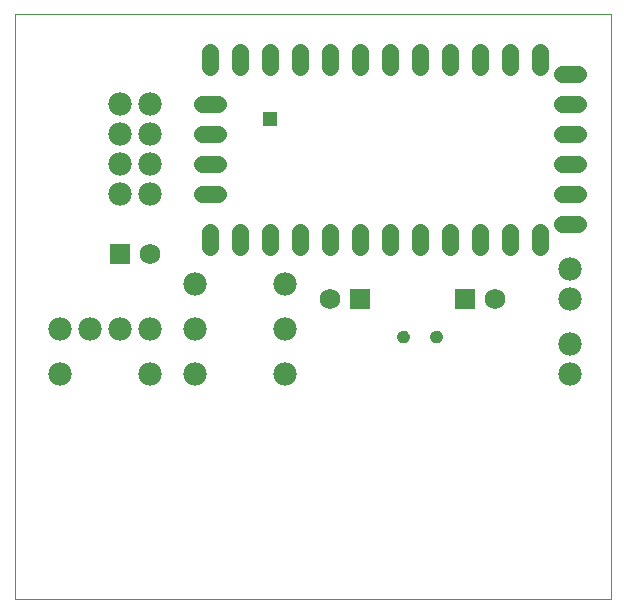
<source format=gts>
G75*
%MOIN*%
%OFA0B0*%
%FSLAX25Y25*%
%IPPOS*%
%LPD*%
%AMOC8*
5,1,8,0,0,1.08239X$1,22.5*
%
%ADD10C,0.00000*%
%ADD11R,0.06900X0.06900*%
%ADD12C,0.06900*%
%ADD13C,0.07800*%
%ADD14C,0.05550*%
%ADD15C,0.00500*%
%ADD16R,0.04534X0.04534*%
D10*
X0006800Y0006800D02*
X0006800Y0201761D01*
X0205501Y0201761D01*
X0205501Y0006800D01*
X0006800Y0006800D01*
D11*
X0121721Y0106800D03*
X0156879Y0106800D03*
X0041879Y0121800D03*
D12*
X0051721Y0121800D03*
X0111879Y0106800D03*
X0166721Y0106800D03*
D13*
X0191800Y0106800D03*
X0191800Y0116800D03*
X0191800Y0091800D03*
X0191800Y0081800D03*
X0096800Y0081800D03*
X0096800Y0096800D03*
X0096800Y0111800D03*
X0066800Y0111800D03*
X0066800Y0096800D03*
X0066800Y0081800D03*
X0051800Y0081800D03*
X0051800Y0096800D03*
X0041800Y0096800D03*
X0031800Y0096800D03*
X0021800Y0096800D03*
X0021800Y0081800D03*
X0041800Y0141800D03*
X0041800Y0151800D03*
X0041800Y0161800D03*
X0041800Y0171800D03*
X0051800Y0171800D03*
X0051800Y0161800D03*
X0051800Y0151800D03*
X0051800Y0141800D03*
D14*
X0069225Y0141800D02*
X0074375Y0141800D01*
X0074375Y0151800D02*
X0069225Y0151800D01*
X0069225Y0161800D02*
X0074375Y0161800D01*
X0074375Y0171800D02*
X0069225Y0171800D01*
X0071800Y0184225D02*
X0071800Y0189375D01*
X0081800Y0189375D02*
X0081800Y0184225D01*
X0091800Y0184225D02*
X0091800Y0189375D01*
X0101800Y0189375D02*
X0101800Y0184225D01*
X0111800Y0184225D02*
X0111800Y0189375D01*
X0121800Y0189375D02*
X0121800Y0184225D01*
X0131800Y0184225D02*
X0131800Y0189375D01*
X0141800Y0189375D02*
X0141800Y0184225D01*
X0151800Y0184225D02*
X0151800Y0189375D01*
X0161800Y0189375D02*
X0161800Y0184225D01*
X0171800Y0184225D02*
X0171800Y0189375D01*
X0181800Y0189375D02*
X0181800Y0184225D01*
X0189225Y0181800D02*
X0194375Y0181800D01*
X0194375Y0171800D02*
X0189225Y0171800D01*
X0189225Y0161800D02*
X0194375Y0161800D01*
X0194375Y0151800D02*
X0189225Y0151800D01*
X0189225Y0141800D02*
X0194375Y0141800D01*
X0194375Y0131800D02*
X0189225Y0131800D01*
X0181800Y0129375D02*
X0181800Y0124225D01*
X0171800Y0124225D02*
X0171800Y0129375D01*
X0161800Y0129375D02*
X0161800Y0124225D01*
X0151800Y0124225D02*
X0151800Y0129375D01*
X0141800Y0129375D02*
X0141800Y0124225D01*
X0131800Y0124225D02*
X0131800Y0129375D01*
X0121800Y0129375D02*
X0121800Y0124225D01*
X0111800Y0124225D02*
X0111800Y0129375D01*
X0101800Y0129375D02*
X0101800Y0124225D01*
X0091800Y0124225D02*
X0091800Y0129375D01*
X0081800Y0129375D02*
X0081800Y0124225D01*
X0071800Y0124225D02*
X0071800Y0129375D01*
D15*
X0134747Y0095067D02*
X0134956Y0095392D01*
X0135231Y0095663D01*
X0135560Y0095866D01*
X0135926Y0095990D01*
X0136310Y0096030D01*
X0136691Y0095996D01*
X0137056Y0095878D01*
X0137385Y0095682D01*
X0137662Y0095418D01*
X0137873Y0095098D01*
X0138008Y0094740D01*
X0138060Y0094360D01*
X0138025Y0093960D01*
X0137902Y0093577D01*
X0137696Y0093231D01*
X0137419Y0092940D01*
X0137084Y0092718D01*
X0136708Y0092575D01*
X0136310Y0092520D01*
X0135917Y0092572D01*
X0135545Y0092709D01*
X0135213Y0092925D01*
X0134938Y0093210D01*
X0134732Y0093549D01*
X0134608Y0093926D01*
X0134570Y0094320D01*
X0134617Y0094704D01*
X0134747Y0095067D01*
X0134736Y0095037D02*
X0137896Y0095037D01*
X0138036Y0094538D02*
X0134596Y0094538D01*
X0134597Y0094039D02*
X0138032Y0094039D01*
X0137880Y0093541D02*
X0134737Y0093541D01*
X0135100Y0093042D02*
X0137517Y0093042D01*
X0136480Y0092544D02*
X0136129Y0092544D01*
X0135101Y0095535D02*
X0137539Y0095535D01*
X0145617Y0094538D02*
X0149056Y0094538D01*
X0149080Y0094360D02*
X0149045Y0093960D01*
X0148922Y0093577D01*
X0148716Y0093231D01*
X0148439Y0092940D01*
X0148104Y0092718D01*
X0147728Y0092575D01*
X0147330Y0092520D01*
X0146937Y0092572D01*
X0146565Y0092709D01*
X0146233Y0092925D01*
X0145958Y0093210D01*
X0145752Y0093549D01*
X0145628Y0093926D01*
X0145590Y0094320D01*
X0145637Y0094704D01*
X0145767Y0095067D01*
X0145976Y0095392D01*
X0146251Y0095663D01*
X0146580Y0095866D01*
X0146946Y0095990D01*
X0147330Y0096030D01*
X0147711Y0095996D01*
X0148076Y0095878D01*
X0148405Y0095682D01*
X0148682Y0095418D01*
X0148893Y0095098D01*
X0149028Y0094740D01*
X0149080Y0094360D01*
X0149052Y0094039D02*
X0145617Y0094039D01*
X0145757Y0093541D02*
X0148900Y0093541D01*
X0148537Y0093042D02*
X0146120Y0093042D01*
X0147149Y0092544D02*
X0147500Y0092544D01*
X0148917Y0095037D02*
X0145756Y0095037D01*
X0146121Y0095535D02*
X0148559Y0095535D01*
D16*
X0091800Y0166800D03*
M02*

</source>
